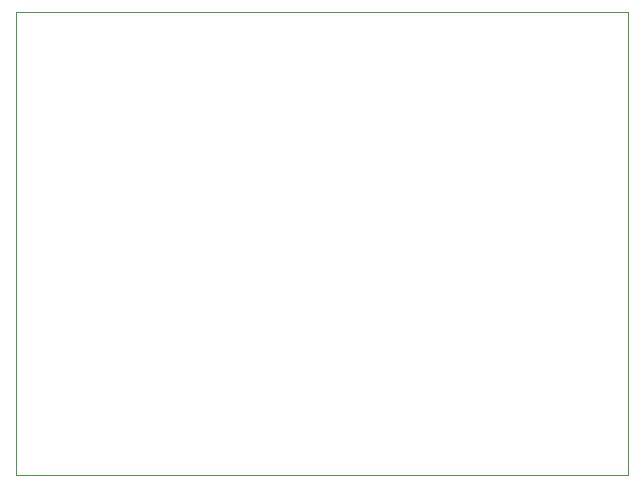
<source format=gbr>
%TF.GenerationSoftware,KiCad,Pcbnew,8.0.8*%
%TF.CreationDate,2025-04-15T16:41:00-04:00*%
%TF.ProjectId,Power System,506f7765-7220-4537-9973-74656d2e6b69,rev?*%
%TF.SameCoordinates,Original*%
%TF.FileFunction,Profile,NP*%
%FSLAX46Y46*%
G04 Gerber Fmt 4.6, Leading zero omitted, Abs format (unit mm)*
G04 Created by KiCad (PCBNEW 8.0.8) date 2025-04-15 16:41:00*
%MOMM*%
%LPD*%
G01*
G04 APERTURE LIST*
%TA.AperFunction,Profile*%
%ADD10C,0.050000*%
%TD*%
G04 APERTURE END LIST*
D10*
X208280000Y-74762000D02*
X208280000Y-35560000D01*
X156464000Y-35560000D02*
X156464000Y-74762000D01*
X156464000Y-74762000D02*
X179194400Y-74762000D01*
X179194400Y-74762000D02*
X208280000Y-74762000D01*
X208280000Y-35560000D02*
X156464000Y-35560000D01*
M02*

</source>
